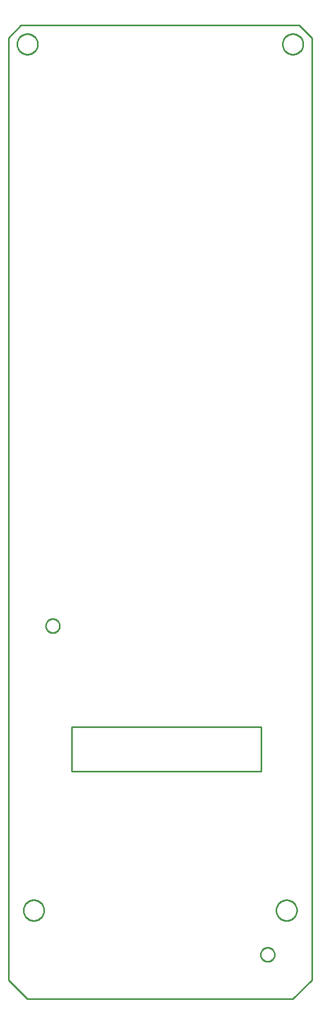
<source format=gko>
G04 EAGLE Gerber RS-274X export*
G75*
%MOMM*%
%FSLAX34Y34*%
%LPD*%
%IN*%
%IPPOS*%
%AMOC8*
5,1,8,0,0,1.08239X$1,22.5*%
G01*
G04 Define Apertures*
%ADD10C,0.254000*%
D10*
X0Y30000D02*
X30000Y0D01*
X450000Y0D01*
X480000Y30000D01*
X480000Y1520000D01*
X460000Y1540000D01*
X20000Y1540000D01*
X0Y1520000D01*
X0Y30000D01*
X100000Y360000D02*
X400000Y360000D01*
X400000Y430000D01*
X100000Y430000D01*
X100000Y360000D01*
X421000Y69568D02*
X420932Y68706D01*
X420797Y67852D01*
X420595Y67012D01*
X420328Y66190D01*
X419997Y65391D01*
X419605Y64621D01*
X419153Y63884D01*
X418645Y63185D01*
X418084Y62527D01*
X417473Y61916D01*
X416815Y61355D01*
X416116Y60847D01*
X415379Y60395D01*
X414609Y60003D01*
X413810Y59672D01*
X412988Y59405D01*
X412148Y59203D01*
X411294Y59068D01*
X410432Y59000D01*
X409568Y59000D01*
X408706Y59068D01*
X407852Y59203D01*
X407012Y59405D01*
X406190Y59672D01*
X405391Y60003D01*
X404621Y60395D01*
X403884Y60847D01*
X403185Y61355D01*
X402527Y61916D01*
X401916Y62527D01*
X401355Y63185D01*
X400847Y63884D01*
X400395Y64621D01*
X400003Y65391D01*
X399672Y66190D01*
X399405Y67012D01*
X399203Y67852D01*
X399068Y68706D01*
X399000Y69568D01*
X399000Y70432D01*
X399068Y71294D01*
X399203Y72148D01*
X399405Y72988D01*
X399672Y73810D01*
X400003Y74609D01*
X400395Y75379D01*
X400847Y76116D01*
X401355Y76815D01*
X401916Y77473D01*
X402527Y78084D01*
X403185Y78645D01*
X403884Y79153D01*
X404621Y79605D01*
X405391Y79997D01*
X406190Y80328D01*
X407012Y80595D01*
X407852Y80797D01*
X408706Y80932D01*
X409568Y81000D01*
X410432Y81000D01*
X411294Y80932D01*
X412148Y80797D01*
X412988Y80595D01*
X413810Y80328D01*
X414609Y79997D01*
X415379Y79605D01*
X416116Y79153D01*
X416815Y78645D01*
X417473Y78084D01*
X418084Y77473D01*
X418645Y76815D01*
X419153Y76116D01*
X419605Y75379D01*
X419997Y74609D01*
X420328Y73810D01*
X420595Y72988D01*
X420797Y72148D01*
X420932Y71294D01*
X421000Y70432D01*
X421000Y69568D01*
X81000Y589568D02*
X80932Y588706D01*
X80797Y587852D01*
X80595Y587012D01*
X80328Y586190D01*
X79997Y585391D01*
X79605Y584621D01*
X79153Y583884D01*
X78645Y583185D01*
X78084Y582527D01*
X77473Y581916D01*
X76815Y581355D01*
X76116Y580847D01*
X75379Y580395D01*
X74609Y580003D01*
X73810Y579672D01*
X72988Y579405D01*
X72148Y579203D01*
X71294Y579068D01*
X70432Y579000D01*
X69568Y579000D01*
X68706Y579068D01*
X67852Y579203D01*
X67012Y579405D01*
X66190Y579672D01*
X65391Y580003D01*
X64621Y580395D01*
X63884Y580847D01*
X63185Y581355D01*
X62527Y581916D01*
X61916Y582527D01*
X61355Y583185D01*
X60847Y583884D01*
X60395Y584621D01*
X60003Y585391D01*
X59672Y586190D01*
X59405Y587012D01*
X59203Y587852D01*
X59068Y588706D01*
X59000Y589568D01*
X59000Y590432D01*
X59068Y591294D01*
X59203Y592148D01*
X59405Y592988D01*
X59672Y593810D01*
X60003Y594609D01*
X60395Y595379D01*
X60847Y596116D01*
X61355Y596815D01*
X61916Y597473D01*
X62527Y598084D01*
X63185Y598645D01*
X63884Y599153D01*
X64621Y599605D01*
X65391Y599997D01*
X66190Y600328D01*
X67012Y600595D01*
X67852Y600797D01*
X68706Y600932D01*
X69568Y601000D01*
X70432Y601000D01*
X71294Y600932D01*
X72148Y600797D01*
X72988Y600595D01*
X73810Y600328D01*
X74609Y599997D01*
X75379Y599605D01*
X76116Y599153D01*
X76815Y598645D01*
X77473Y598084D01*
X78084Y597473D01*
X78645Y596815D01*
X79153Y596116D01*
X79605Y595379D01*
X79997Y594609D01*
X80328Y593810D01*
X80595Y592988D01*
X80797Y592148D01*
X80932Y591294D01*
X81000Y590432D01*
X81000Y589568D01*
X56250Y139468D02*
X56180Y138406D01*
X56042Y137352D01*
X55834Y136308D01*
X55559Y135280D01*
X55217Y134273D01*
X54809Y133290D01*
X54339Y132336D01*
X53807Y131414D01*
X53216Y130530D01*
X52568Y129686D01*
X51867Y128886D01*
X51114Y128133D01*
X50314Y127432D01*
X49470Y126784D01*
X48586Y126193D01*
X47664Y125661D01*
X46710Y125191D01*
X45727Y124783D01*
X44720Y124441D01*
X43692Y124166D01*
X42648Y123958D01*
X41594Y123820D01*
X40532Y123750D01*
X39468Y123750D01*
X38406Y123820D01*
X37352Y123958D01*
X36308Y124166D01*
X35280Y124441D01*
X34273Y124783D01*
X33290Y125191D01*
X32336Y125661D01*
X31414Y126193D01*
X30530Y126784D01*
X29686Y127432D01*
X28886Y128133D01*
X28133Y128886D01*
X27432Y129686D01*
X26784Y130530D01*
X26193Y131414D01*
X25661Y132336D01*
X25191Y133290D01*
X24783Y134273D01*
X24441Y135280D01*
X24166Y136308D01*
X23958Y137352D01*
X23820Y138406D01*
X23750Y139468D01*
X23750Y140532D01*
X23820Y141594D01*
X23958Y142648D01*
X24166Y143692D01*
X24441Y144720D01*
X24783Y145727D01*
X25191Y146710D01*
X25661Y147664D01*
X26193Y148586D01*
X26784Y149470D01*
X27432Y150314D01*
X28133Y151114D01*
X28886Y151867D01*
X29686Y152568D01*
X30530Y153216D01*
X31414Y153807D01*
X32336Y154339D01*
X33290Y154809D01*
X34273Y155217D01*
X35280Y155559D01*
X36308Y155834D01*
X37352Y156042D01*
X38406Y156180D01*
X39468Y156250D01*
X40532Y156250D01*
X41594Y156180D01*
X42648Y156042D01*
X43692Y155834D01*
X44720Y155559D01*
X45727Y155217D01*
X46710Y154809D01*
X47664Y154339D01*
X48586Y153807D01*
X49470Y153216D01*
X50314Y152568D01*
X51114Y151867D01*
X51867Y151114D01*
X52568Y150314D01*
X53216Y149470D01*
X53807Y148586D01*
X54339Y147664D01*
X54809Y146710D01*
X55217Y145727D01*
X55559Y144720D01*
X55834Y143692D01*
X56042Y142648D01*
X56180Y141594D01*
X56250Y140532D01*
X56250Y139468D01*
X456250Y139468D02*
X456180Y138406D01*
X456042Y137352D01*
X455834Y136308D01*
X455559Y135280D01*
X455217Y134273D01*
X454809Y133290D01*
X454339Y132336D01*
X453807Y131414D01*
X453216Y130530D01*
X452568Y129686D01*
X451867Y128886D01*
X451114Y128133D01*
X450314Y127432D01*
X449470Y126784D01*
X448586Y126193D01*
X447664Y125661D01*
X446710Y125191D01*
X445727Y124783D01*
X444720Y124441D01*
X443692Y124166D01*
X442648Y123958D01*
X441594Y123820D01*
X440532Y123750D01*
X439468Y123750D01*
X438406Y123820D01*
X437352Y123958D01*
X436308Y124166D01*
X435280Y124441D01*
X434273Y124783D01*
X433290Y125191D01*
X432336Y125661D01*
X431414Y126193D01*
X430530Y126784D01*
X429686Y127432D01*
X428886Y128133D01*
X428133Y128886D01*
X427432Y129686D01*
X426784Y130530D01*
X426193Y131414D01*
X425661Y132336D01*
X425191Y133290D01*
X424783Y134273D01*
X424441Y135280D01*
X424166Y136308D01*
X423958Y137352D01*
X423820Y138406D01*
X423750Y139468D01*
X423750Y140532D01*
X423820Y141594D01*
X423958Y142648D01*
X424166Y143692D01*
X424441Y144720D01*
X424783Y145727D01*
X425191Y146710D01*
X425661Y147664D01*
X426193Y148586D01*
X426784Y149470D01*
X427432Y150314D01*
X428133Y151114D01*
X428886Y151867D01*
X429686Y152568D01*
X430530Y153216D01*
X431414Y153807D01*
X432336Y154339D01*
X433290Y154809D01*
X434273Y155217D01*
X435280Y155559D01*
X436308Y155834D01*
X437352Y156042D01*
X438406Y156180D01*
X439468Y156250D01*
X440532Y156250D01*
X441594Y156180D01*
X442648Y156042D01*
X443692Y155834D01*
X444720Y155559D01*
X445727Y155217D01*
X446710Y154809D01*
X447664Y154339D01*
X448586Y153807D01*
X449470Y153216D01*
X450314Y152568D01*
X451114Y151867D01*
X451867Y151114D01*
X452568Y150314D01*
X453216Y149470D01*
X453807Y148586D01*
X454339Y147664D01*
X454809Y146710D01*
X455217Y145727D01*
X455559Y144720D01*
X455834Y143692D01*
X456042Y142648D01*
X456180Y141594D01*
X456250Y140532D01*
X456250Y139468D01*
X46250Y1509468D02*
X46180Y1508406D01*
X46042Y1507352D01*
X45834Y1506308D01*
X45559Y1505280D01*
X45217Y1504273D01*
X44809Y1503290D01*
X44339Y1502336D01*
X43807Y1501414D01*
X43216Y1500530D01*
X42568Y1499686D01*
X41867Y1498886D01*
X41114Y1498133D01*
X40314Y1497432D01*
X39470Y1496784D01*
X38586Y1496193D01*
X37664Y1495661D01*
X36710Y1495191D01*
X35727Y1494783D01*
X34720Y1494441D01*
X33692Y1494166D01*
X32648Y1493958D01*
X31594Y1493820D01*
X30532Y1493750D01*
X29468Y1493750D01*
X28406Y1493820D01*
X27352Y1493958D01*
X26308Y1494166D01*
X25280Y1494441D01*
X24273Y1494783D01*
X23290Y1495191D01*
X22336Y1495661D01*
X21414Y1496193D01*
X20530Y1496784D01*
X19686Y1497432D01*
X18886Y1498133D01*
X18133Y1498886D01*
X17432Y1499686D01*
X16784Y1500530D01*
X16193Y1501414D01*
X15661Y1502336D01*
X15191Y1503290D01*
X14783Y1504273D01*
X14441Y1505280D01*
X14166Y1506308D01*
X13958Y1507352D01*
X13820Y1508406D01*
X13750Y1509468D01*
X13750Y1510532D01*
X13820Y1511594D01*
X13958Y1512648D01*
X14166Y1513692D01*
X14441Y1514720D01*
X14783Y1515727D01*
X15191Y1516710D01*
X15661Y1517664D01*
X16193Y1518586D01*
X16784Y1519470D01*
X17432Y1520314D01*
X18133Y1521114D01*
X18886Y1521867D01*
X19686Y1522568D01*
X20530Y1523216D01*
X21414Y1523807D01*
X22336Y1524339D01*
X23290Y1524809D01*
X24273Y1525217D01*
X25280Y1525559D01*
X26308Y1525834D01*
X27352Y1526042D01*
X28406Y1526180D01*
X29468Y1526250D01*
X30532Y1526250D01*
X31594Y1526180D01*
X32648Y1526042D01*
X33692Y1525834D01*
X34720Y1525559D01*
X35727Y1525217D01*
X36710Y1524809D01*
X37664Y1524339D01*
X38586Y1523807D01*
X39470Y1523216D01*
X40314Y1522568D01*
X41114Y1521867D01*
X41867Y1521114D01*
X42568Y1520314D01*
X43216Y1519470D01*
X43807Y1518586D01*
X44339Y1517664D01*
X44809Y1516710D01*
X45217Y1515727D01*
X45559Y1514720D01*
X45834Y1513692D01*
X46042Y1512648D01*
X46180Y1511594D01*
X46250Y1510532D01*
X46250Y1509468D01*
X466250Y1509468D02*
X466180Y1508406D01*
X466042Y1507352D01*
X465834Y1506308D01*
X465559Y1505280D01*
X465217Y1504273D01*
X464809Y1503290D01*
X464339Y1502336D01*
X463807Y1501414D01*
X463216Y1500530D01*
X462568Y1499686D01*
X461867Y1498886D01*
X461114Y1498133D01*
X460314Y1497432D01*
X459470Y1496784D01*
X458586Y1496193D01*
X457664Y1495661D01*
X456710Y1495191D01*
X455727Y1494783D01*
X454720Y1494441D01*
X453692Y1494166D01*
X452648Y1493958D01*
X451594Y1493820D01*
X450532Y1493750D01*
X449468Y1493750D01*
X448406Y1493820D01*
X447352Y1493958D01*
X446308Y1494166D01*
X445280Y1494441D01*
X444273Y1494783D01*
X443290Y1495191D01*
X442336Y1495661D01*
X441414Y1496193D01*
X440530Y1496784D01*
X439686Y1497432D01*
X438886Y1498133D01*
X438133Y1498886D01*
X437432Y1499686D01*
X436784Y1500530D01*
X436193Y1501414D01*
X435661Y1502336D01*
X435191Y1503290D01*
X434783Y1504273D01*
X434441Y1505280D01*
X434166Y1506308D01*
X433958Y1507352D01*
X433820Y1508406D01*
X433750Y1509468D01*
X433750Y1510532D01*
X433820Y1511594D01*
X433958Y1512648D01*
X434166Y1513692D01*
X434441Y1514720D01*
X434783Y1515727D01*
X435191Y1516710D01*
X435661Y1517664D01*
X436193Y1518586D01*
X436784Y1519470D01*
X437432Y1520314D01*
X438133Y1521114D01*
X438886Y1521867D01*
X439686Y1522568D01*
X440530Y1523216D01*
X441414Y1523807D01*
X442336Y1524339D01*
X443290Y1524809D01*
X444273Y1525217D01*
X445280Y1525559D01*
X446308Y1525834D01*
X447352Y1526042D01*
X448406Y1526180D01*
X449468Y1526250D01*
X450532Y1526250D01*
X451594Y1526180D01*
X452648Y1526042D01*
X453692Y1525834D01*
X454720Y1525559D01*
X455727Y1525217D01*
X456710Y1524809D01*
X457664Y1524339D01*
X458586Y1523807D01*
X459470Y1523216D01*
X460314Y1522568D01*
X461114Y1521867D01*
X461867Y1521114D01*
X462568Y1520314D01*
X463216Y1519470D01*
X463807Y1518586D01*
X464339Y1517664D01*
X464809Y1516710D01*
X465217Y1515727D01*
X465559Y1514720D01*
X465834Y1513692D01*
X466042Y1512648D01*
X466180Y1511594D01*
X466250Y1510532D01*
X466250Y1509468D01*
M02*

</source>
